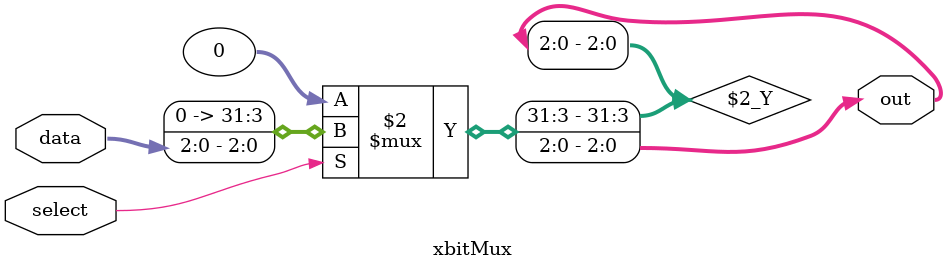
<source format=sv>
module xbitMux #(parameter width = 3) (input logic [width-1:0] data, input logic select, output logic [width-1:0] out);

	assign out = select ? data : 0;
	
endmodule 
</source>
